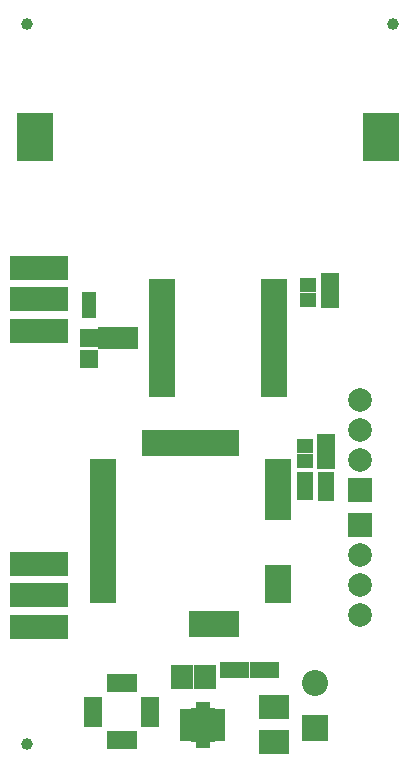
<source format=gts>
G04*
G04 #@! TF.GenerationSoftware,Altium Limited,Altium Designer,20.2.7 (254)*
G04*
G04 Layer_Color=8388736*
%FSLAX44Y44*%
%MOMM*%
G71*
G04*
G04 #@! TF.SameCoordinates,4D7A2DC3-99A8-4A5B-9679-2B55FC54A80C*
G04*
G04*
G04 #@! TF.FilePolarity,Negative*
G04*
G01*
G75*
%ADD15R,1.2080X2.3080*%
%ADD16R,2.3080X1.2080*%
%ADD17R,1.6580X1.8580*%
%ADD18R,1.3580X1.3580*%
%ADD19R,1.4080X1.3080*%
%ADD20R,1.1080X0.7480*%
%ADD21R,2.1580X2.9080*%
%ADD22R,0.7580X1.1080*%
%ADD23R,2.5080X2.1580*%
%ADD24R,1.3580X1.3580*%
%ADD25R,1.9580X2.0580*%
%ADD26R,1.6080X2.5080*%
%ADD27R,2.5080X1.6080*%
%ADD28R,5.0080X2.0080*%
%ADD29R,1.6080X1.5080*%
%ADD30R,3.1080X4.0680*%
%ADD31R,2.3080X1.3080*%
%ADD32R,1.2280X1.1980*%
%ADD33R,1.5580X1.5080*%
%ADD34C,1.0080*%
%ADD35R,2.0080X2.0080*%
%ADD36C,2.0080*%
%ADD37R,2.2080X2.2080*%
%ADD38C,2.2080*%
D15*
X2019216Y1399178D02*
D03*
X2029216D02*
D03*
X2039216D02*
D03*
X2049216D02*
D03*
X2059216D02*
D03*
X2069216D02*
D03*
X2079216D02*
D03*
X2089216D02*
D03*
Y1246178D02*
D03*
X2079216D02*
D03*
X2069216D02*
D03*
X2059216D02*
D03*
D16*
X2128216Y1380178D02*
D03*
Y1370178D02*
D03*
Y1360178D02*
D03*
Y1350178D02*
D03*
Y1340178D02*
D03*
Y1290178D02*
D03*
Y1280178D02*
D03*
Y1270178D02*
D03*
X1980216Y1380178D02*
D03*
Y1370178D02*
D03*
Y1360178D02*
D03*
Y1350178D02*
D03*
Y1340178D02*
D03*
Y1330178D02*
D03*
Y1320178D02*
D03*
Y1310178D02*
D03*
Y1300178D02*
D03*
Y1290178D02*
D03*
Y1280178D02*
D03*
Y1270178D02*
D03*
X2029966Y1444186D02*
D03*
Y1532186D02*
D03*
X2124966D02*
D03*
Y1444186D02*
D03*
D17*
X1984134Y1488186D02*
D03*
X2001634D02*
D03*
D18*
X2168856Y1356958D02*
D03*
Y1367958D02*
D03*
D19*
X2151126Y1369458D02*
D03*
Y1356958D02*
D03*
Y1396808D02*
D03*
Y1384308D02*
D03*
X2153412Y1533206D02*
D03*
Y1520706D02*
D03*
D20*
X2050542Y1170620D02*
D03*
Y1165620D02*
D03*
Y1160620D02*
D03*
Y1155620D02*
D03*
Y1150620D02*
D03*
X2078542D02*
D03*
Y1155620D02*
D03*
Y1160620D02*
D03*
Y1165620D02*
D03*
Y1170620D02*
D03*
D21*
X2064542Y1160620D02*
D03*
D22*
X2067042Y1175120D02*
D03*
X2062042D02*
D03*
X2067042Y1146120D02*
D03*
X2062042D02*
D03*
D23*
X2124710Y1146538D02*
D03*
Y1176038D02*
D03*
D24*
X2111082Y1207770D02*
D03*
X2122082D02*
D03*
X2085682D02*
D03*
X2096682D02*
D03*
D25*
X2066392Y1201420D02*
D03*
X2047392D02*
D03*
D26*
X2019932Y1172080D02*
D03*
X1971932D02*
D03*
D27*
X1995932Y1196080D02*
D03*
Y1148080D02*
D03*
D28*
X1926336Y1270508D02*
D03*
Y1243838D02*
D03*
Y1297178D02*
D03*
Y1547876D02*
D03*
Y1494536D02*
D03*
Y1521206D02*
D03*
D29*
X2168906Y1384808D02*
D03*
Y1399308D02*
D03*
X2172462Y1535706D02*
D03*
Y1521206D02*
D03*
D30*
X1922896Y1658366D02*
D03*
X2215896D02*
D03*
D31*
X2029966Y1455186D02*
D03*
Y1466186D02*
D03*
Y1477186D02*
D03*
Y1488186D02*
D03*
Y1499186D02*
D03*
Y1510186D02*
D03*
Y1521186D02*
D03*
X2124966D02*
D03*
Y1510186D02*
D03*
Y1499186D02*
D03*
Y1488186D02*
D03*
Y1477186D02*
D03*
Y1466186D02*
D03*
Y1455186D02*
D03*
D32*
X1968500Y1521191D02*
D03*
Y1511091D02*
D03*
D33*
Y1488406D02*
D03*
Y1470406D02*
D03*
D34*
X1915856Y1754458D02*
D03*
X2225856D02*
D03*
X1915856Y1144458D02*
D03*
D35*
X2198076Y1329792D02*
D03*
X2198116Y1359916D02*
D03*
D36*
X2198076Y1304392D02*
D03*
Y1278992D02*
D03*
Y1253592D02*
D03*
X2198116Y1385316D02*
D03*
Y1410716D02*
D03*
Y1436116D02*
D03*
D37*
X2159762Y1157986D02*
D03*
D38*
Y1196086D02*
D03*
M02*

</source>
